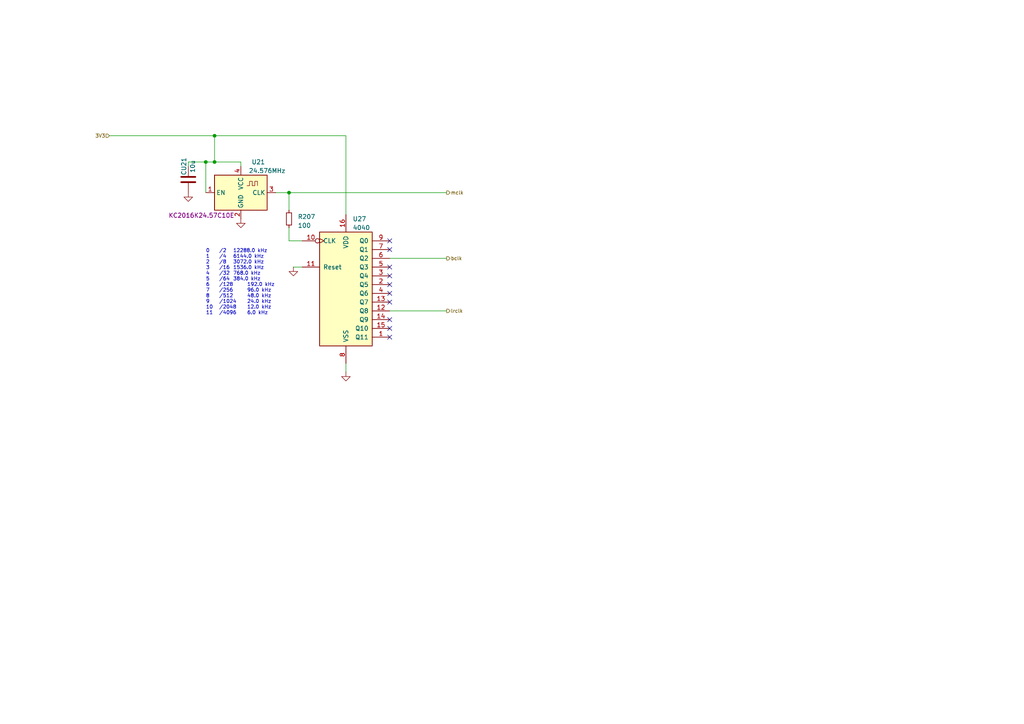
<source format=kicad_sch>
(kicad_sch (version 20231120) (generator "eeschema") (generator_version "8.0")
  (paper "A4")
  (lib_symbols
    (symbol "4xxx:4040" (pin_names (offset 1.016))
      (property "Reference" "U" (at -7.62 16.51 0))
      (property "Value" "4040" (at -7.62 -19.05 0))
      (symbol "4040_1_0"
        (pin output line (at 12.7 -15.24 180) (length 5.08) (name "Q11") (number "1"))
        (pin input inverted_clock (at -12.7 12.7 0) (length 5.08) (name "CLK") (number "10"))
        (pin input line (at -12.7 5.08 0) (length 5.08) (name "Reset") (number "11"))
        (pin output line (at 12.7 -7.62 180) (length 5.08) (name "Q8") (number "12"))
        (pin output line (at 12.7 -5.08 180) (length 5.08) (name "Q7") (number "13"))
        (pin output line (at 12.7 -10.16 180) (length 5.08) (name "Q9") (number "14"))
        (pin output line (at 12.7 -12.7 180) (length 5.08) (name "Q10") (number "15"))
        (pin power_in line (at 0 20.32 270) (length 5.08) (name "VDD") (number "16"))
        (pin output line (at 12.7 0 180) (length 5.08) (name "Q5") (number "2"))
        (pin output line (at 12.7 2.54 180) (length 5.08) (name "Q4") (number "3"))
        (pin output line (at 12.7 -2.54 180) (length 5.08) (name "Q6") (number "4"))
        (pin output line (at 12.7 5.08 180) (length 5.08) (name "Q3") (number "5"))
        (pin output line (at 12.7 7.62 180) (length 5.08) (name "Q2") (number "6"))
        (pin output line (at 12.7 10.16 180) (length 5.08) (name "Q1") (number "7"))
        (pin power_in line (at 0 -22.86 90) (length 5.08) (name "VSS") (number "8"))
        (pin output line (at 12.7 12.7 180) (length 5.08) (name "Q0") (number "9"))
      )
      (symbol "4040_1_1"
        (rectangle (start -7.62 15.24) (end 7.62 -17.78) (stroke (width 0.254)) (fill (type background)))
      )
    )
    (symbol "Device:C" (pin_numbers hide) (pin_names (offset 0.254))
      (property "Reference" "C" (at 0.635 2.54 0))
      (property "Value" "C" (at 0.635 -2.54 0))
      (symbol "C_0_1"
        (polyline (pts (xy -2.032 -0.762) (xy 2.032 -0.762)) (stroke (width 0.508)))
        (polyline (pts (xy -2.032 0.762) (xy 2.032 0.762)) (stroke (width 0.508)))
      )
      (symbol "C_1_1"
        (pin passive line (at 0 3.81 270) (length 2.794) (name "~") (number "1"))
        (pin passive line (at 0 -3.81 90) (length 2.794) (name "~") (number "2"))
      )
    )
    (symbol "Device:R_Small" (pin_numbers hide) (pin_names (offset 0.254) hide)
      (property "Reference" "R" (at 0.762 0.508 0))
      (property "Value" "R_Small" (at 0.762 -1.016 0))
      (symbol "R_Small_0_1"
        (rectangle (start -0.762 1.778) (end 0.762 -1.778) (stroke (width 0.2032)))
      )
      (symbol "R_Small_1_1"
        (pin passive line (at 0 2.54 270) (length 0.762) (name "~") (number "1"))
        (pin passive line (at 0 -2.54 90) (length 0.762) (name "~") (number "2"))
      )
    )
    (symbol "invendelirium_ic:kyocera_KC"
      (property "Reference" "U" (at 2.54 12.7 0))
      (property "Value" "??MHz" (at 6.35 10.16 0))
      (symbol "kyocera_KC_0_1"
        (rectangle (start -7.62 5.08) (end 7.62 -5.08) (stroke (width 0.254)) (fill (type background)))
      )
      (symbol "kyocera_KC_1_1"
        (polyline (pts (xy 1.778 2.032) (xy 2.54 2.032) (xy 2.54 3.302) (xy 3.302 3.302) (xy 3.302 2.032) (xy 4.064 2.032) (xy 4.064 3.302) (xy 4.826 3.302) (xy 4.826 2.032)))
        (pin input line (at -10.16 0 0) (length 2.54) (name "EN") (number "1"))
        (pin power_in line (at 0 -7.62 90) (length 2.54) (name "GND") (number "2"))
        (pin output line (at 10.16 0 180) (length 2.54) (name "CLK") (number "3"))
        (pin power_in line (at 0 7.62 270) (length 2.54) (name "VCC") (number "4"))
      )
    )
    (symbol "power:GND" (power) (pin_numbers hide) (pin_names (offset 0) hide)
      (property "Value" "GND" (at 0 -3.81 0))
      (symbol "GND_0_1"
        (polyline (pts (xy 0 0) (xy 0 -1.27) (xy 1.27 -1.27) (xy 0 -2.54) (xy -1.27 -1.27) (xy 0 -1.27)))
      )
      (symbol "GND_1_1"
        (pin power_in line (at 0 0 270) (length 0) (name "~") (number "1"))
      )
    )
  )
  (junction (at 62.23 39.37))
  (junction (at 83.82 55.88))
  (junction (at 59.69 46.99))
  (junction (at 62.23 46.99))
  (no_connect (at 113.03 72.39))
  (no_connect (at 113.03 82.55))
  (no_connect (at 113.03 92.71))
  (no_connect (at 113.03 77.47))
  (no_connect (at 113.03 80.01))
  (no_connect (at 113.03 87.63))
  (no_connect (at 113.03 97.79))
  (no_connect (at 113.03 85.09))
  (no_connect (at 113.03 95.25))
  (no_connect (at 113.03 69.85))
  (wire (pts (xy 59.69 46.99) (xy 59.69 55.88)))
  (wire (pts (xy 59.69 46.99) (xy 54.61 46.99)))
  (wire (pts (xy 113.03 90.17) (xy 129.54 90.17)))
  (wire (pts (xy 83.82 69.85) (xy 83.82 66.04)))
  (wire (pts (xy 87.63 69.85) (xy 83.82 69.85)))
  (wire (pts (xy 31.75 39.37) (xy 62.23 39.37)))
  (wire (pts (xy 83.82 55.88) (xy 129.54 55.88)))
  (wire (pts (xy 83.82 55.88) (xy 83.82 60.96)))
  (wire (pts (xy 62.23 46.99) (xy 59.69 46.99)))
  (wire (pts (xy 100.33 105.41) (xy 100.33 107.95)))
  (wire (pts (xy 62.23 39.37) (xy 100.33 39.37)))
  (wire (pts (xy 113.03 74.93) (xy 129.54 74.93)))
  (wire (pts (xy 69.85 46.99) (xy 62.23 46.99)))
  (wire (pts (xy 80.01 55.88) (xy 83.82 55.88)))
  (wire (pts (xy 85.09 77.47) (xy 87.63 77.47)))
  (wire (pts (xy 69.85 48.26) (xy 69.85 46.99)))
  (wire (pts (xy 54.61 46.99) (xy 54.61 48.26)))
  (wire (pts (xy 62.23 39.37) (xy 62.23 46.99)))
  (wire (pts (xy 100.33 39.37) (xy 100.33 62.23)))
  (text "0	/2	12288.0 kHz\n1	/4	6144.0 kHz\n2	/8	3072.0 kHz\n3	/16	1536.0 kHz\n4	/32	768.0 kHz\n5	/64	384.0 kHz\n6	/128	192.0 kHz\n7	/256	96.0 kHz\n8	/512	48.0 kHz\n9	/1024	24.0 kHz\n10	/2048	12.0 kHz\n11	/4096	6.0 kHz" (at 59.69 91.44 0) (effects (font (size 1.016 1.016)) (justify left bottom)))
  (hierarchical_label "mclk" (shape output) (at 129.54 55.88 0) (effects (font (size 1.016 1.016))))
  (hierarchical_label "3V3" (shape input) (at 31.75 39.37 180) (effects (font (size 1.016 1.016))))
  (hierarchical_label "lrclk" (shape output) (at 129.54 90.17 0) (effects (font (size 1.016 1.016))))
  (hierarchical_label "bclk" (shape output) (at 129.54 74.93 0) (effects (font (size 1.016 1.016))))
  (symbol (lib_id "Device:R_Small") (at 83.82 63.5 0) (unit 1)
    (property "Reference" "R207" (at 86.36 62.865 0) (effects (justify left)))
    (property "Value" "100" (at 86.36 65.405 0) (effects (justify left)))
    (property "Footprint" "invendelirium_audio:R_0603" (effects (hide yes)))
  )
  (symbol (lib_id "Device:C") (at 54.61 52.07 180) (unit 1)
    (property "Reference" "CU21" (at 53.34 48.26 90))
    (property "Value" "10u" (at 55.88 48.26 90))
    (property "Footprint" "invendelirium_audio:C_0603" (effects (hide yes)))
    (property "Voltage" "16V" (effects (hide yes)))
  )
  (symbol (lib_id "power:GND") (at 85.09 77.47 0) (unit 1)
    (property "Reference" "#PWR0177" (effects (hide yes)))
    (property "Value" "GND" (effects (hide yes)))
  )
  (symbol (lib_id "4xxx:4040") (at 100.33 82.55 0) (unit 1)
    (property "Reference" "U27" (at 102.2859 63.5 0) (effects (justify left)))
    (property "Value" "4040" (at 102.2859 66.04 0) (effects (justify left)))
    (property "Footprint" "invendelirium_audio:texas_R-PVQFN-N16" (effects (hide yes)))
    (property "Datasheet" "http://www.intersil.com/content/dam/Intersil/documents/cd40/cd4020bms-24bms-40bms.pdf" (effects (hide yes)))
    (property "PN" "SN74LV4040ARGYR" (effects (hide yes)))
  )
  (symbol (lib_id "power:GND") (at 100.33 107.95 0) (unit 1)
    (property "Reference" "#PWR0176" (effects (hide yes)))
    (property "Value" "GND" (effects (hide yes)))
  )
  (symbol (lib_id "power:GND") (at 54.61 55.88 0) (unit 1)
    (property "Reference" "#PWR0145" (effects (hide yes)))
    (property "Value" "GND" (effects (hide yes)))
  )
  (symbol (lib_id "invendelirium_ic:kyocera_KC") (at 69.85 55.88 0) (unit 1)
    (property "Reference" "U21" (at 74.93 46.99 0))
    (property "Value" "24.576MHz" (at 77.47 49.53 0))
    (property "Footprint" "invendelirium_audio:K2016_kyocera_xosc" (effects (hide yes)))
    (property "Datasheet" "https://global.kyocera.com/prdct/electro/product/pdf/clock_z_xz_e.pdf" (effects (hide yes)))
    (property "PN" "KC2016K24.57C10E" (at 58.42 62.484 0))
  )
  (symbol (lib_id "power:GND") (at 69.85 63.5 0) (unit 1)
    (property "Reference" "#PWR0146" (effects (hide yes)))
    (property "Value" "GND" (effects (hide yes)))
  )
)
</source>
